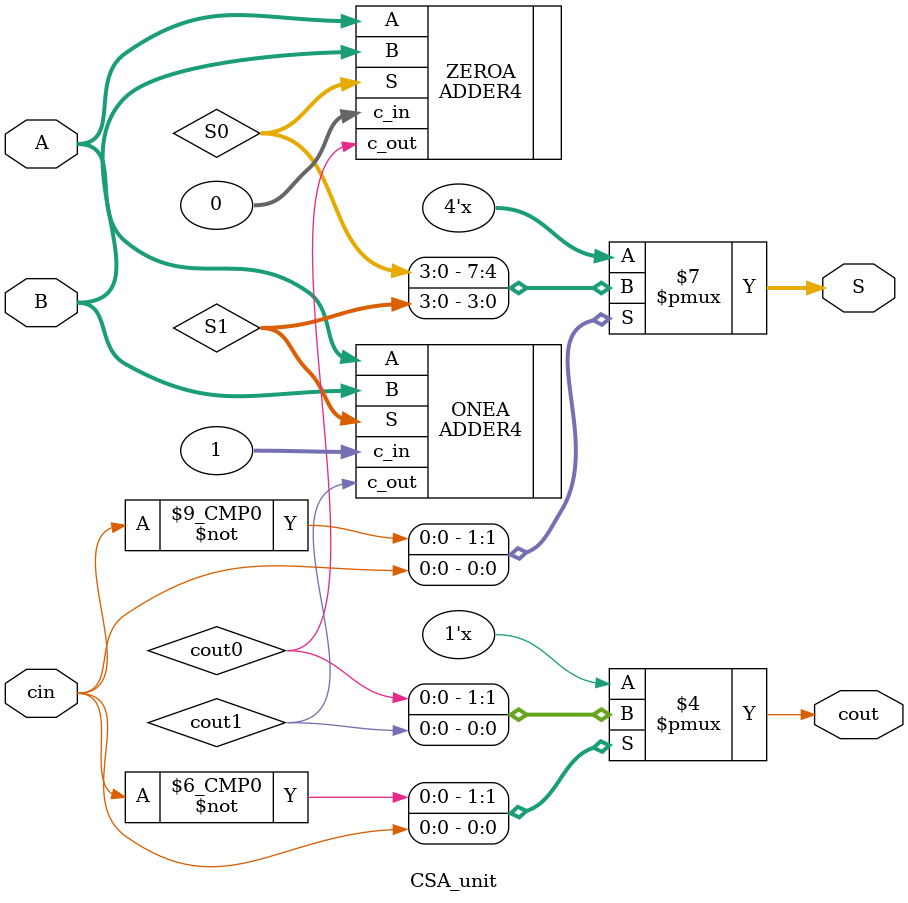
<source format=sv>
	module select_adder (
	input  [15:0] A, B,
	input         cin,
	output [15:0] S,
	output        cout
);

    /* TODO
     *
     * Insert code here to implement a CSA adder.
     * Your code should be completly combinational (don't use always_ff or always_latch).
     * Feel free to create sub-modules or other files. */
	  
	  logic c1, c2, c3;
	
	  CSA_unit BLOCK0( .A(A[3:0]), .B(B[3:0]), .cin(cin), .S(S[3:0]), .cout(c1));
	  CSA_unit BLOCK1( .A(A[7:4]), .B(B[7:4]), .cin(c1), .S(S[7:4]), .cout(c2));
	  CSA_unit BLOCK2( .A(A[11:8]), .B(B[11:8]), .cin(c2), .S(S[11:8]), .cout(c3));
	  CSA_unit BLOCK3( .A(A[15:12]), .B(B[15:12]), .cin(c3), .S(S[15:12]), .cout(cout));

	  

endmodule

//individual 4 bit units within the 16 bit select adder
module CSA_unit ( input 	[3:0] A, B,
						input 			cin,
						output	[3:0] S,
						output 			cout);
		
		logic [3:0] S0, S1;
		logic 		cout0, cout1;
		
		ADDER4 ZEROA( .A(A), .B(B), .c_in(0), .S(S0), .c_out(cout0));
		ADDER4 ONEA( .A(A), .B(B), .c_in(1), .S(S1), .c_out(cout1));
		
		always_comb
		begin
			unique case (cin)
				1'b0	:	S = S0;
				1'b1	:	S = S1;
			endcase
			unique case (cin)
				1'b0	:	cout = cout0;
				1'b1	:	cout = cout1;
			endcase	
		end
		
		
						
endmodule
		
</source>
